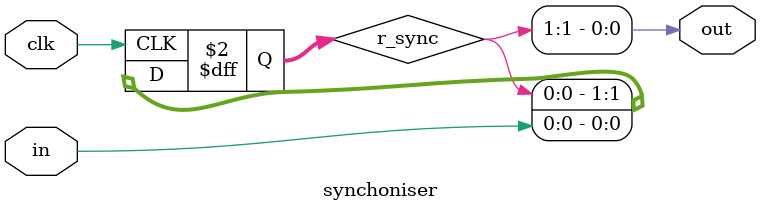
<source format=sv>

module mem_interface(
	input clk,
	input reset,
`ifdef SIMD
	input simd_enable,
`endif

`ifdef AWS_DEBUG
    input cpu_trig,
    output cpu_trig_ack,
    output trig_in,
    input trig_in_ack,
    input xxtrig,
`endif  


	input [NPHYS-1:ACACHE_LINE_SIZE]mem_raddr,
	input  [TSIZE-1:0]mem_raddr_trans,
	input	    mem_raddr_req,
	output	    mem_raddr_ack,

	output [CACHE_LINE_SIZE-1:0]mem_rdata,
	output   [TSIZE-1:0]mem_rdata_trans,
	output 	      mem_rdata_req,
	input 	      mem_rdata_ack,

	input [NPHYS-1:ACACHE_LINE_SIZE]mem_waddr,
	input  [TSIZE-1:0]mem_waddr_trans,
	input	    mem_waddr_req,
	output	    mem_waddr_ack,
	input [CACHE_LINE_SIZE-1:0]mem_wdata,

	output   [TSIZE-1:0]mem_wdata_trans,
	output 	     mem_wdata_done
`ifdef VS2
	,
	input		sh_cl_clk,
	input		sh_cl_reset,

	output		cl_sh_ddr_awvalid,
    input		sh_cl_ddr_awready,
    output[55:6]cl_sh_ddr_awaddr,
    output [TSIZE-1:0]cl_sh_ddr_awid,

    output		cl_sh_ddr_wvalid,
    input		sh_cl_ddr_wready,
    output [TSIZE-1:0]cl_sh_ddr_wid,
    output[511:0]cl_sh_ddr_wdata,

    input[TSIZE-1:0] sh_cl_ddr_bid,
    input[1:0] sh_cl_ddr_bresp,
    input sh_cl_ddr_bvalid,
    output  cl_sh_ddr_bready,

    output		cl_sh_ddr_arvalid,
    input		sh_cl_ddr_arready,
	output [TSIZE-1:0]cl_sh_ddr_arid,
    output[55:6]cl_sh_ddr_araddr,

    output		cl_sh_ddr_rready,
    input		sh_cl_ddr_rvalid,
	input  [TSIZE-1:0]sh_cl_ddr_rid,
    input[511:0]sh_cl_ddr_rdata

`endif

	);
	parameter NPHYS=56;
	parameter NLDSTQ=8;
	parameter CACHE_LINE_SIZE=64*8;
	parameter ACACHE_LINE_SIZE=$clog2(CACHE_LINE_SIZE/8);
	parameter MEM_SIZE=8*1024*1024;
	parameter TSIZE=5;
	parameter TRANS_ID_SIZE=6;

`ifdef VS2
	wire [3:0]tag_match;
	reg	[3:0]avail;

	reg [55:6]r_mem_waddr;
	reg	[TSIZE-1:0]r_mem_wtrans;
	reg [511:0] r_mem_out;
	reg		  r_w_ready;
	assign cl_sh_ddr_awid = r_mem_wtrans; 
	assign cl_sh_ddr_awaddr = r_mem_waddr;
	assign cl_sh_ddr_wid = r_mem_wtrans;
	assign cl_sh_ddr_wdata = r_mem_out;

	reg r_w_out_signal, r_w_in_signal;
	wire synced_w_out_signal, synced_w_in_signal;

	synchoniser w_to(.clk(sh_cl_clk), .in(r_w_out_signal), .out(synced_w_out_signal));
	synchoniser w_from(.clk(clk), .in(r_w_in_signal), .out(synced_w_in_signal));

	always @(posedge clk)
	if (reset) begin
		r_w_ready <= 1;
		r_w_out_signal <= 0;
	end else
	if (r_w_ready && mem_waddr_req && |avail) begin
		r_w_ready <= 0;
		r_w_out_signal <= ~r_w_out_signal;
		r_mem_wtrans <= mem_waddr_trans;
		r_mem_out <= mem_wdata;
		r_mem_waddr <= mem_waddr;
	end else 
	if (r_w_out_signal == synced_w_in_signal) begin
		r_w_ready <= 1;
	end
	assign mem_waddr_ack = r_w_ready && |avail;
	reg r_cl_sh_ddr_awvalid, r_cl_sh_ddr_wvalid;
	assign cl_sh_ddr_awvalid = r_cl_sh_ddr_awvalid;
	assign cl_sh_ddr_wvalid = r_cl_sh_ddr_wvalid;

	reg r_w_running;
	always @(posedge sh_cl_clk)
	if (sh_cl_reset) begin
		r_w_in_signal <= 0;
		r_w_running <= 0;
		r_cl_sh_ddr_awvalid <= 0;
		r_cl_sh_ddr_wvalid <= 0;
	end else
	if (r_w_in_signal != synced_w_out_signal) begin
		if (!r_w_running) begin
			r_w_running <= 1;
			r_cl_sh_ddr_awvalid <= 1;
			r_cl_sh_ddr_wvalid <= 1;
		end else begin
			if (sh_cl_ddr_awready && r_cl_sh_ddr_awvalid)
				r_cl_sh_ddr_awvalid <= 0;
			if (sh_cl_ddr_wready && r_cl_sh_ddr_wvalid)
				r_cl_sh_ddr_wvalid <= 0;
			if ((sh_cl_ddr_awready||!r_cl_sh_ddr_awvalid) &&
				(sh_cl_ddr_wready||!r_cl_sh_ddr_wvalid)) begin
				r_w_in_signal <= synced_w_out_signal;
				r_w_running <= 0;
			end
		end
	end


	reg [55:6]r_mem_raddr;
	assign  cl_sh_ddr_araddr = r_mem_raddr;
	reg [TSIZE-1:0]r_mem_rtrans;
	assign cl_sh_ddr_arid = r_mem_rtrans;
	reg	r_r_running, r_r_out_signal;
	reg r_r_in_signal;

	wire	synced_r_out_signal, synced_r_in_signal;
	synchoniser r_to(.clk(sh_cl_clk), .in(r_r_out_signal), .out(synced_r_out_signal));
	synchoniser r_from(.clk(clk), .in(r_r_in_signal), .out(synced_r_in_signal));


	assign mem_raddr_ack = !r_r_running && !(mem_waddr==mem_raddr && mem_waddr_req && !mem_waddr_ack) && !(|tag_match);
	always @(posedge clk)
	if (reset) begin
		r_r_running <= 0;
		r_r_out_signal <= 0;
	end else 
	if (!r_r_running && mem_raddr_req && !(mem_waddr==mem_raddr && mem_waddr_req && !mem_waddr_ack) && !(|tag_match)) begin
		r_r_running <= 1;
		r_r_out_signal <= ~r_r_out_signal;
		r_mem_rtrans = mem_raddr_trans;
		r_mem_raddr <= mem_raddr;
	end else
	if (r_r_out_signal == synced_r_in_signal) begin
		r_r_running <= 0;
	end


	assign cl_sh_ddr_arvalid = r_r_in_signal != synced_r_out_signal;
	always @(posedge sh_cl_clk)
	if (sh_cl_reset) begin
		r_r_in_signal <= 0;
	end else
	if (r_r_in_signal != synced_r_out_signal && sh_cl_ddr_arready) begin
		r_r_in_signal <= synced_r_out_signal;
	end

// write done
	wire	synced_wdone_out_signal, synced_wdone_in_signal;
	reg		r_wdone_out_signal, r_wdone_ready, r_wdone_in_signal;
	assign  cl_sh_ddr_bready = r_wdone_ready;
	synchoniser wdone_to(.clk(clk), .in(r_wdone_out_signal), .out(synced_wdone_out_signal));
	synchoniser wdone_from(.clk(sh_cl_clk), .in(r_wdone_in_signal), .out(synced_wdone_in_signal));
	reg [TSIZE-1:0]r_wdone_trans_in;
	always @(posedge sh_cl_clk)
	if (reset) begin
		r_wdone_out_signal <= 0;
		r_wdone_ready <= 1;
	end else
	if (r_wdone_ready && sh_cl_ddr_bvalid) begin
		r_wdone_trans_in <= sh_cl_ddr_bid;
		r_wdone_ready <= 0;
		r_wdone_out_signal <= ~r_wdone_out_signal;
	end else
	if (r_wdone_out_signal == synced_wdone_in_signal) begin
		r_wdone_ready <= 1;
	end

	always @(posedge clk)
	if (reset) begin
		r_wdone_in_signal <= 0;
	end else
	if (r_wdone_in_signal != synced_wdone_out_signal) begin
		r_wdone_in_signal <= synced_wdone_out_signal;
	end

	reg [NPHYS-1:ACACHE_LINE_SIZE]r_wr_addr_tag[0:3];
	reg [3:0]r_wr_tag_valid;
	reg [4:0]r_wr_tag[0:3];

	always @(*) begin
		casez (r_wr_tag_valid) // synthesis full_case parallel_case
		4'b???0: avail = 4'b0001;
		4'b??01: avail = 4'b0010;
		4'b?011: avail = 4'b0100;
		4'b0111: avail = 4'b1000;
		default: avail = 0;
		endcase
	end
	genvar I;
	generate 
		for (I = 0; I < 3; I=I+1) begin
			assign tag_match[I] = r_wr_tag_valid[I] && r_wr_addr_tag[I] == mem_raddr;

			always @(posedge clk) 
			if (reset) begin
				r_wr_tag_valid[I] <= 0;
			end else 
			if (r_wdone_in_signal != synced_wdone_out_signal && r_wr_tag_valid[I] && r_wr_tag[I] == r_wdone_trans_in) begin
				r_wr_tag_valid[I] <= 0;
			end else 
			if (avail[I] && mem_waddr_req && mem_waddr_ack) begin
				r_wr_tag_valid[I] <= 1;
				r_wr_tag[I] <= mem_waddr_trans;
				r_wr_addr_tag[I] <= mem_waddr;
			end
		end
	endgenerate

// read done

	wire	synced_rd_out_signal, synced_rd_in_signal;
	reg		r_rd_out_signal, r_rd_ready, r_rd_in_signal;
	assign  cl_sh_ddr_rready = r_rd_ready;
	synchoniser rd_to(.clk(clk), .in(r_rd_out_signal), .out(synced_rd_out_signal));
	synchoniser rd_from(.clk(sh_cl_clk), .in(r_rd_in_signal), .out(synced_rd_in_signal));
	reg	[511:0]r_mem_in;
	reg [TSIZE-1:0]r_mem_rtrans_in;
	assign mem_rdata = r_mem_in;
	assign mem_rdata_trans = r_mem_rtrans_in;
	always @(posedge sh_cl_clk)
	if (reset) begin
		r_rd_out_signal <= 0;
		r_rd_ready <= 1;
	end else
	if (r_rd_ready && sh_cl_ddr_rvalid) begin
		r_mem_in <= sh_cl_ddr_rdata;
		r_mem_rtrans_in <= sh_cl_ddr_rid;
		r_rd_ready <= 0;
		r_rd_out_signal <= ~r_rd_out_signal;
	end else
	if (r_rd_out_signal == synced_rd_in_signal) begin
		r_rd_ready <= 1;
	end

	assign mem_rdata_req = r_rd_in_signal != synced_rd_out_signal;
	always @(posedge clk)
	if (reset) begin
		r_rd_in_signal <= 0;
	end else
	if (r_rd_in_signal != synced_rd_out_signal && mem_rdata_ack) begin
		r_rd_in_signal <= synced_rd_out_signal;
	end

`else
	assign mem_raddr_ack = 0;
	assign mem_rdata_req = 0;
	assign mem_waddr_ack = 0;
	assign mem_rdata = 0;
	assign mem_rdata_trans = 0;

	assign mem_wdata_done = 0;
	assign mem_wdata_trans = 0; 
`endif

`ifdef AWS_DEBUG
	ila_mem ila_mem(.clk(clk),
		.reset(reset),
        .xxtrig(xxtrig),
		.mem_raddr(mem_raddr[ACACHE_LINE_SIZE+23:ACACHE_LINE_SIZE]),
		.mem_raddr_req(mem_raddr_req),
		.mem_raddr_ack(mem_raddr_ack),
		.mem_raddr_trans(mem_raddr_trans),	// 4

		.mem_rdata(mem_rdata[63:0]),
		.mem_rdata_trans(mem_rdata_trans),
		.mem_rdata_req(mem_rdata_req),
		.mem_rdata_ack(mem_rdata_ack),

		.mem_waddr_req(mem_waddr_req),
		.mem_waddr_ack(mem_waddr_ack),
		.mem_waddr(mem_waddr[ACACHE_LINE_SIZE+23:ACACHE_LINE_SIZE]),
		.mem_waddr_trans(mem_waddr_trans[6-1:0]),

		.avail(avail), // 4
		.tag_match(tag_match), // 4
		.r_wr_tag_valid(r_wr_tag_valid), // 4

		.mem_wdata_done(mem_wdata_done),
		.mem_wdata_trans(mem_wdata_trans[6-1:0]),
	    .mem_wdata(mem_wdata[63:0])

	);
`endif

endmodule

module synchoniser(
	input	clk,
	input	in,
	output	out);

	parameter LEN=2;
`ifdef PSYNC
	HARD_SYNC #(.LATENCY(LEN))s(.CLK(clk).DIN(in),.DOUT(out));	// xilinx macro
`else
	reg [LEN-1:0]r_sync;
	assign out = r_sync[LEN-1];

	always @(posedge clk)
		r_sync <= {r_sync[LEN-2:0],in};
`endif
	
endmodule
/* For Emacs:
 * Local Variables:
 * mode:c
 * indent-tabs-mode:t
 * tab-width:4
 * c-basic-offset:4
 * End:
 * For VIM:
 * vim:set softtabstop=4 shiftwidth=4 tabstop=4:
 */

</source>
